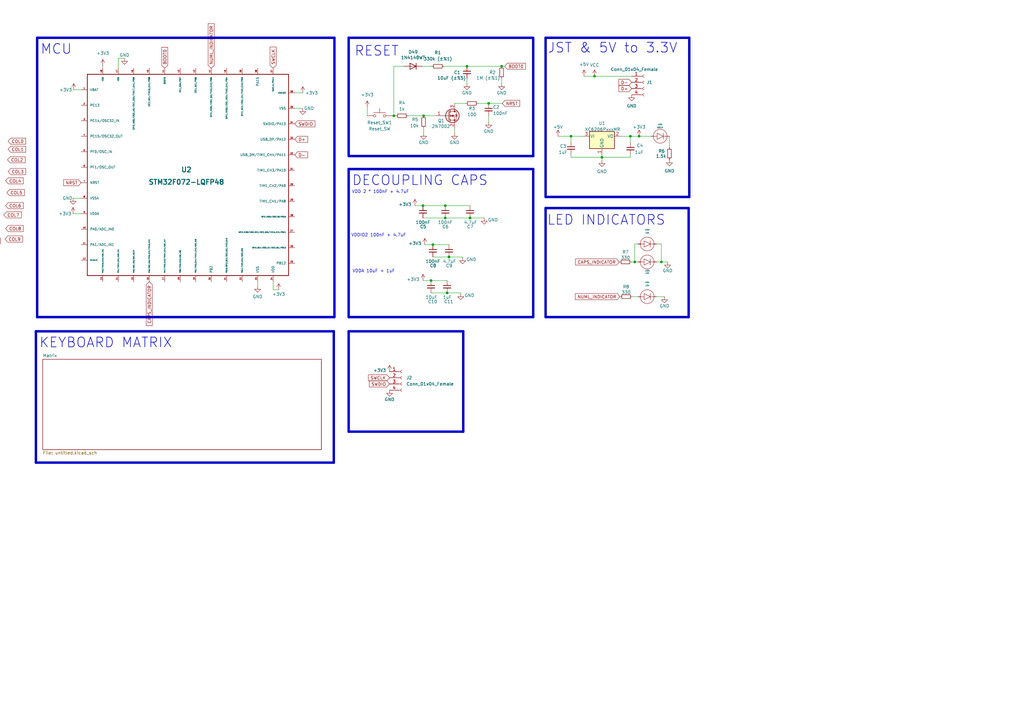
<source format=kicad_sch>
(kicad_sch (version 20211123) (generator eeschema)
  (paper "A3")
  (lib_symbols
    (symbol "Connector:Conn_01x04_Female" (pin_names (offset 1.016) hide)
      (property "Reference" "J" (at 0 5.08 0))
      (property "Value" "Conn_01x04_Female" (at 0 -7.62 0))
      (symbol "Conn_01x04_Female_1_1"
        (arc (start 0 -4.572) (mid -0.508 -5.08) (end 0 -5.588) (stroke (width 0.1524)))
        (arc (start 0 -2.032) (mid -0.508 -2.54) (end 0 -3.048) (stroke (width 0.1524)))
        (polyline (pts (xy -1.27 -5.08) (xy -0.508 -5.08)) (stroke (width 0.1524)))
        (polyline (pts (xy -1.27 -2.54) (xy -0.508 -2.54)) (stroke (width 0.1524)))
        (polyline (pts (xy -1.27 0) (xy -0.508 0)) (stroke (width 0.1524)))
        (polyline (pts (xy -1.27 2.54) (xy -0.508 2.54)) (stroke (width 0.1524)))
        (arc (start 0 0.508) (mid -0.508 0) (end 0 -0.508) (stroke (width 0.1524)))
        (arc (start 0 3.048) (mid -0.508 2.54) (end 0 2.032) (stroke (width 0.1524)))
        (pin passive line (at -5.08 2.54 0) (length 3.81) (name "Pin_1") (number "1"))
        (pin passive line (at -5.08 0 0) (length 3.81) (name "Pin_2") (number "2"))
        (pin passive line (at -5.08 -2.54 0) (length 3.81) (name "Pin_3") (number "3"))
        (pin passive line (at -5.08 -5.08 0) (length 3.81) (name "Pin_4") (number "4"))
      )
    )
    (symbol "Device:C_Small" (pin_numbers hide) (pin_names (offset 0.254) hide)
      (property "Reference" "C" (at 0.254 1.778 0))
      (property "Value" "C_Small" (at 0.254 -2.032 0))
      (symbol "C_Small_0_1"
        (polyline (pts (xy -1.524 -0.508) (xy 1.524 -0.508)) (stroke (width 0.3302)))
        (polyline (pts (xy -1.524 0.508) (xy 1.524 0.508)) (stroke (width 0.3048)))
      )
      (symbol "C_Small_1_1"
        (pin passive line (at 0 2.54 270) (length 2.032) (name "~") (number "1"))
        (pin passive line (at 0 -2.54 90) (length 2.032) (name "~") (number "2"))
      )
    )
    (symbol "Device:R_Small" (pin_numbers hide) (pin_names (offset 0.254) hide)
      (property "Reference" "R" (at 0.762 0.508 0))
      (property "Value" "R_Small" (at 0.762 -1.016 0))
      (symbol "R_Small_0_1"
        (rectangle (start -0.762 1.778) (end 0.762 -1.778) (stroke (width 0.2032)))
      )
      (symbol "R_Small_1_1"
        (pin passive line (at 0 2.54 270) (length 0.762) (name "~") (number "1"))
        (pin passive line (at 0 -2.54 90) (length 0.762) (name "~") (number "2"))
      )
    )
    (symbol "Diode:1N4148WT" (pin_numbers hide) (pin_names (offset 1.016) hide)
      (property "Reference" "D" (at 0 2.54 0))
      (property "Value" "1N4148WT" (at 0 -2.54 0))
      (symbol "1N4148WT_0_1"
        (polyline (pts (xy -1.27 1.27) (xy -1.27 -1.27)) (stroke (width 0.254)))
        (polyline (pts (xy 1.27 0) (xy -1.27 0)))
        (polyline (pts (xy 1.27 1.27) (xy 1.27 -1.27) (xy -1.27 0) (xy 1.27 1.27)) (stroke (width 0.254)))
      )
      (symbol "1N4148WT_1_1"
        (pin passive line (at -3.81 0 0) (length 2.54) (name "K") (number "1"))
        (pin passive line (at 3.81 0 180) (length 2.54) (name "A") (number "2"))
      )
    )
    (symbol "Regulator_Linear:XC6206PxxxMR" (pin_names (offset 0.254))
      (property "Reference" "U" (at -3.81 3.175 0))
      (property "Value" "XC6206PxxxMR" (at 0 3.175 0))
      (symbol "XC6206PxxxMR_0_1"
        (rectangle (start -5.08 1.905) (end 5.08 -5.08) (stroke (width 0.254)) (fill (type background)))
      )
      (symbol "XC6206PxxxMR_1_1"
        (pin power_in line (at 0 -7.62 90) (length 2.54) (name "GND") (number "1"))
        (pin power_out line (at 7.62 0 180) (length 2.54) (name "VO") (number "2"))
        (pin power_in line (at -7.62 0 0) (length 2.54) (name "VI") (number "3"))
      )
    )
    (symbol "Switch:SW_Push" (pin_numbers hide) (pin_names (offset 1.016) hide)
      (property "Reference" "SW" (at 1.27 2.54 0))
      (property "Value" "SW_Push" (at 0 -1.524 0))
      (symbol "SW_Push_0_1"
        (circle (center -2.032 0) (radius 0.508))
        (polyline (pts (xy 0 1.27) (xy 0 3.048)))
        (polyline (pts (xy 2.54 1.27) (xy -2.54 1.27)))
        (circle (center 2.032 0) (radius 0.508))
        (pin passive line (at -5.08 0 0) (length 2.54) (name "1") (number "1"))
        (pin passive line (at 5.08 0 180) (length 2.54) (name "2") (number "2"))
      )
    )
    (symbol "Transistor_FET:2N7002" (pin_names hide)
      (property "Reference" "Q" (at 5.08 1.905 0))
      (property "Value" "2N7002" (at 5.08 0 0))
      (symbol "2N7002_0_1"
        (polyline (pts (xy 0.254 0) (xy -2.54 0)))
        (polyline (pts (xy 0.254 1.905) (xy 0.254 -1.905)) (stroke (width 0.254)))
        (polyline (pts (xy 0.762 -1.27) (xy 0.762 -2.286)) (stroke (width 0.254)))
        (polyline (pts (xy 0.762 0.508) (xy 0.762 -0.508)) (stroke (width 0.254)))
        (polyline (pts (xy 0.762 2.286) (xy 0.762 1.27)) (stroke (width 0.254)))
        (polyline (pts (xy 2.54 2.54) (xy 2.54 1.778)))
        (polyline (pts (xy 2.54 -2.54) (xy 2.54 0) (xy 0.762 0)))
        (polyline (pts (xy 0.762 -1.778) (xy 3.302 -1.778) (xy 3.302 1.778) (xy 0.762 1.778)))
        (polyline (pts (xy 1.016 0) (xy 2.032 0.381) (xy 2.032 -0.381) (xy 1.016 0)) (fill (type outline)))
        (polyline (pts (xy 2.794 0.508) (xy 2.921 0.381) (xy 3.683 0.381) (xy 3.81 0.254)))
        (polyline (pts (xy 3.302 0.381) (xy 2.921 -0.254) (xy 3.683 -0.254) (xy 3.302 0.381)))
        (circle (center 1.651 0) (radius 2.794) (stroke (width 0.254)))
        (circle (center 2.54 -1.778) (radius 0.254) (fill (type outline)))
        (circle (center 2.54 1.778) (radius 0.254) (fill (type outline)))
      )
      (symbol "2N7002_1_1"
        (pin input line (at -5.08 0 0) (length 2.54) (name "G") (number "1"))
        (pin passive line (at 2.54 -5.08 90) (length 2.54) (name "S") (number "2"))
        (pin passive line (at 2.54 5.08 270) (length 2.54) (name "D") (number "3"))
      )
    )
    (symbol "acheronSymbols:LED" (pin_names (offset 1.016))
      (property "Reference" "LED" (at 0 -3.81 0))
      (property "Value" "LED" (at 0 3.81 0))
      (symbol "LED_0_1"
        (polyline (pts (xy -2.54 0) (xy -3.81 0)))
        (polyline (pts (xy 1.27 0) (xy 2.54 0)))
        (polyline (pts (xy 1.27 1.27) (xy 1.27 -1.27)))
        (polyline (pts (xy 2.54 0) (xy 3.81 0)))
        (polyline (pts (xy -2.54 0) (xy -1.27 0) (xy -1.27 1.27) (xy -1.27 -1.27) (xy 1.27 0) (xy -1.27 1.27) (xy -1.27 0)))
        (circle (center 0 0) (radius 2.8448))
      )
      (symbol "LED_1_1"
        (pin input line (at -3.81 0 0) (length 1.27) (name "A") (number "A"))
        (pin output line (at 3.81 0 180) (length 1.27) (name "K") (number "K"))
      )
    )
    (symbol "acheronSymbols:STM32F072-LQFP48" (pin_names (offset 1.016))
      (property "Reference" "U" (at 0 1.27 0))
      (property "Value" "STM32F072-LQFP48" (at 0 -2.54 0))
      (symbol "STM32F072-LQFP48_0_1"
        (rectangle (start 41.91 41.91) (end -40.64 -40.64) (stroke (width 0.3048)))
      )
      (symbol "STM32F072-LQFP48_1_1"
        (pin power_in line (at -43.18 35.56 0) (length 2.54) (name "VBAT") (number "1"))
        (pin bidirectional line (at -43.18 -21.59 0) (length 2.54) (name "PA0/ADC_IN0") (number "10"))
        (pin bidirectional line (at -43.18 -27.94 0) (length 2.54) (name "PA1/ADC_IN1") (number "11"))
        (pin bidirectional line (at -43.18 -34.29 0) (length 2.54) (name "PA2/ADC_IN2") (number "12"))
        (pin bidirectional line (at -34.29 -43.18 90) (length 2.54) (name "PA3/TIM15_CH2/ADC_IN3") (number "13"))
        (pin bidirectional line (at -27.94 -43.18 90) (length 2.54) (name "PA4/TIM14_CH1/ADC_IN4") (number "14"))
        (pin bidirectional line (at -21.59 -43.18 90) (length 2.54) (name "PA5/ADC_IN5/DAC_OUT2") (number "15"))
        (pin bidirectional line (at -15.24 -43.18 90) (length 2.54) (name "PA6/ADC_IN6/TIM3_CH1/TIM16_CH1") (number "16"))
        (pin bidirectional line (at -8.89 -43.18 90) (length 2.54) (name "PA7/TIM3_CH2/TIM14_CH1/ADC_IN7") (number "17"))
        (pin bidirectional line (at -2.54 -43.18 90) (length 2.54) (name "PB0/TIM3_CH3/ADC_IN8") (number "18"))
        (pin bidirectional line (at 3.81 -43.18 90) (length 2.54) (name "PB1/TIM3_CH4/TIM14_CH1/ADC_IN9") (number "19"))
        (pin bidirectional line (at -43.18 29.21 0) (length 2.54) (name "PC13") (number "2"))
        (pin bidirectional line (at 10.16 -43.18 90) (length 2.54) (name "PB2") (number "20"))
        (pin bidirectional line (at 16.51 -43.18 90) (length 2.54) (name "PB10/SPI2_SCK/I2C2_SCL/TIM2_CH3") (number "21"))
        (pin bidirectional line (at 22.86 -43.18 90) (length 2.54) (name "PB11/TIM2_CH4/I2C2_SDA") (number "22"))
        (pin power_in line (at 29.21 -43.18 90) (length 2.54) (name "VSS") (number "23"))
        (pin power_in line (at 35.56 -43.18 90) (length 2.54) (name "VDD") (number "24"))
        (pin bidirectional line (at 44.45 -35.56 180) (length 2.54) (name "PB12") (number "25"))
        (pin bidirectional line (at 44.45 -29.21 180) (length 2.54) (name "SPI2_SCK/I2S2_CK/I2C2_SCL/PB13") (number "26"))
        (pin bidirectional line (at 44.45 -22.86 180) (length 2.54) (name "SPI2_MISO/I2S2_MCK/I2C2_SDA/TIM15_CH1/PB14") (number "27"))
        (pin bidirectional line (at 44.45 -16.51 180) (length 2.54) (name "SPI2_MOSI/I2S2_SD/PB15") (number "28"))
        (pin bidirectional line (at 44.45 -10.16 180) (length 2.54) (name "TIM1_CH1/PA8") (number "29"))
        (pin bidirectional line (at -43.18 22.86 0) (length 2.54) (name "PC14/OSC32_IN") (number "3"))
        (pin bidirectional line (at 44.45 -3.81 180) (length 2.54) (name "TIM1_CH2/PA9") (number "30"))
        (pin bidirectional line (at 44.45 2.54 180) (length 2.54) (name "TIM1_CH3/PA10") (number "31"))
        (pin bidirectional line (at 44.45 8.89 180) (length 2.54) (name "USB_DM/TIM1_CH4/PA11") (number "32"))
        (pin bidirectional line (at 44.45 15.24 180) (length 2.54) (name "USB_DP/PA12") (number "33"))
        (pin bidirectional line (at 44.45 21.59 180) (length 2.54) (name "SWDIO/PA13") (number "34"))
        (pin power_in line (at 44.45 27.94 180) (length 2.54) (name "VSS") (number "35"))
        (pin power_in line (at 44.45 34.29 180) (length 2.54) (name "VDDIO2") (number "36"))
        (pin bidirectional line (at 35.56 44.45 270) (length 2.54) (name "SWCLK/PA14") (number "37"))
        (pin bidirectional line (at 29.21 44.45 270) (length 2.54) (name "PA15") (number "38"))
        (pin bidirectional line (at 22.86 44.45 270) (length 2.54) (name "SPI1_SCK/I2S1_CK/TIM2_CH2/PB3") (number "39"))
        (pin bidirectional line (at -43.18 16.51 0) (length 2.54) (name "PC15/OSC32_OUT") (number "4"))
        (pin bidirectional line (at 16.51 44.45 270) (length 2.54) (name "SPI1_MISO/I2S1_MCK/TIM3_CH1/PB4") (number "40"))
        (pin bidirectional line (at 10.16 44.45 270) (length 2.54) (name "SPI1_MOSI/I2S1_SD/TIM3_CH2/PB5") (number "41"))
        (pin bidirectional line (at 3.81 44.45 270) (length 2.54) (name "I2C1_SCL/PB6") (number "42"))
        (pin bidirectional line (at -2.54 44.45 270) (length 2.54) (name "2C1_SDA/PB7") (number "43"))
        (pin output line (at -8.89 44.45 270) (length 2.54) (name "BOOT0") (number "44"))
        (pin bidirectional line (at -15.24 44.45 270) (length 2.54) (name "I2C1_SCL/TIM16_CH1/PB8") (number "45"))
        (pin input line (at -21.59 44.45 270) (length 2.54) (name "SPI2_NSS/I2S2_WS/I2C1_SDA/TIM17_CH1/PB9") (number "46"))
        (pin input line (at -27.94 44.45 270) (length 2.54) (name "VSS") (number "47"))
        (pin input line (at -34.29 44.45 270) (length 2.54) (name "VDD") (number "48"))
        (pin bidirectional line (at -43.18 10.16 0) (length 2.54) (name "PF0/OSC_IN") (number "5"))
        (pin bidirectional line (at -43.18 3.81 0) (length 2.54) (name "PF1/OSC_OUT") (number "6"))
        (pin input line (at -43.18 -2.54 0) (length 2.54) (name "NRST") (number "7"))
        (pin power_in line (at -43.18 -8.89 0) (length 2.54) (name "VSSA") (number "8"))
        (pin power_in line (at -43.18 -15.24 0) (length 2.54) (name "VDDA") (number "9"))
      )
    )
    (symbol "power:+3.3V" (power) (pin_names (offset 0))
      (property "Value" "+3.3V" (at 0 3.556 0))
      (symbol "+3.3V_0_1"
        (polyline (pts (xy -0.762 1.27) (xy 0 2.54)))
        (polyline (pts (xy 0 0) (xy 0 2.54)))
        (polyline (pts (xy 0 2.54) (xy 0.762 1.27)))
      )
      (symbol "+3.3V_1_1"
        (pin power_in line (at 0 0 90) (length 0) hide (name "+3V3") (number "1"))
      )
    )
    (symbol "power:+5V" (power) (pin_names (offset 0))
      (property "Value" "+5V" (at 0 3.556 0))
      (symbol "+5V_0_1"
        (polyline (pts (xy -0.762 1.27) (xy 0 2.54)))
        (polyline (pts (xy 0 0) (xy 0 2.54)))
        (polyline (pts (xy 0 2.54) (xy 0.762 1.27)))
      )
      (symbol "+5V_1_1"
        (pin power_in line (at 0 0 90) (length 0) hide (name "+5V") (number "1"))
      )
    )
    (symbol "power:GND" (power) (pin_names (offset 0))
      (property "Value" "GND" (at 0 -3.81 0))
      (symbol "GND_0_1"
        (polyline (pts (xy 0 0) (xy 0 -1.27) (xy 1.27 -1.27) (xy 0 -2.54) (xy -1.27 -1.27) (xy 0 -1.27)))
      )
      (symbol "GND_1_1"
        (pin power_in line (at 0 0 270) (length 0) hide (name "GND") (number "1"))
      )
    )
    (symbol "power:VCC" (power) (pin_names (offset 0))
      (property "Value" "VCC" (at 0 3.81 0))
      (symbol "VCC_0_1"
        (polyline (pts (xy -0.762 1.27) (xy 0 2.54)))
        (polyline (pts (xy 0 0) (xy 0 2.54)))
        (polyline (pts (xy 0 2.54) (xy 0.762 1.27)))
      )
      (symbol "VCC_1_1"
        (pin power_in line (at 0 0 90) (length 0) hide (name "VCC") (number "1"))
      )
    )
  )
  (junction (at 161.544 47.498))
  (junction (at 182.626 84.328))
  (junction (at 183.388 120.142))
  (junction (at 243.84 31.242))
  (junction (at 205.74 27.178))
  (junction (at 262.128 55.88))
  (junction (at 184.15 105.41))
  (junction (at 173.482 84.328))
  (junction (at 234.188 55.88))
  (junction (at 176.784 115.062))
  (junction (at 246.888 64.516))
  (junction (at 177.546 100.33))
  (junction (at 192.786 89.408))
  (junction (at 260.35 107.442))
  (junction (at 258.572 55.88))
  (junction (at 271.272 107.442))
  (junction (at 191.516 27.178))
  (junction (at 173.736 47.498))
  (junction (at 182.626 89.408))
  (junction (at 200.406 42.418))
  (polyline (pts (xy 143.002 64.008) (xy 218.694 64.008)) (stroke (width 1) (type solid)))
  (wire (pts (xy 191.516 27.178) (xy 205.74 27.178)))
  (polyline (pts (xy 218.694 69.342) (xy 143.002 69.342)) (stroke (width 1) (type solid)))
  (wire (pts (xy 274.574 55.88) (xy 274.574 60.452)))
  (wire (pts (xy 259.08 107.442) (xy 260.35 107.442)))
  (wire (pts (xy 186.436 52.578) (xy 186.436 54.61)))
  (polyline (pts (xy 282.702 15.494) (xy 223.774 15.494)) (stroke (width 1) (type solid)))
  (wire (pts (xy 258.572 55.88) (xy 258.572 58.42)))
  (polyline (pts (xy 143.002 130.048) (xy 143.002 69.342)) (stroke (width 1) (type solid)))
  (wire (pts (xy 182.626 89.408) (xy 192.786 89.408)))
  (wire (pts (xy 29.972 87.63) (xy 33.274 87.63)))
  (wire (pts (xy 271.272 107.442) (xy 273.812 107.442)))
  (wire (pts (xy 182.118 27.178) (xy 191.516 27.178)))
  (polyline (pts (xy 14.732 189.738) (xy 136.906 189.738)) (stroke (width 1) (type solid)))
  (polyline (pts (xy 143.002 63.5) (xy 143.002 15.494)) (stroke (width 1) (type solid)))
  (wire (pts (xy 254.508 55.88) (xy 258.572 55.88)))
  (wire (pts (xy 269.24 100.076) (xy 271.272 100.076)))
  (polyline (pts (xy 218.694 15.494) (xy 143.002 15.494)) (stroke (width 1) (type solid)))
  (wire (pts (xy 174.244 100.33) (xy 177.546 100.33)))
  (polyline (pts (xy 136.906 135.89) (xy 14.732 135.89)) (stroke (width 1) (type solid)))
  (wire (pts (xy 200.406 47.498) (xy 200.406 50.038)))
  (wire (pts (xy 269.24 107.442) (xy 271.272 107.442)))
  (wire (pts (xy 259.334 121.666) (xy 261.62 121.666)))
  (polyline (pts (xy 223.774 130.048) (xy 282.448 130.048)) (stroke (width 1) (type solid)))
  (wire (pts (xy 182.626 84.328) (xy 192.786 84.328)))
  (wire (pts (xy 192.786 89.408) (xy 198.628 89.408)))
  (wire (pts (xy 234.188 55.88) (xy 239.268 55.88)))
  (wire (pts (xy 42.164 26.924) (xy 42.164 27.94)))
  (polyline (pts (xy 189.992 135.89) (xy 143.002 135.89)) (stroke (width 1) (type solid)))
  (polyline (pts (xy 143.002 130.048) (xy 218.694 130.048)) (stroke (width 1) (type solid)))
  (polyline (pts (xy 137.16 130.048) (xy 137.16 15.494)) (stroke (width 1) (type solid)))
  (polyline (pts (xy 218.694 16.002) (xy 218.694 64.008)) (stroke (width 1) (type solid)))
  (wire (pts (xy 173.228 27.178) (xy 177.038 27.178)))
  (wire (pts (xy 105.664 115.57) (xy 105.664 117.348)))
  (wire (pts (xy 120.904 38.1) (xy 124.206 38.1)))
  (wire (pts (xy 234.188 63.246) (xy 234.188 64.516)))
  (polyline (pts (xy 282.448 85.344) (xy 282.448 130.048)) (stroke (width 1) (type solid)))
  (wire (pts (xy 183.388 120.142) (xy 188.976 120.142)))
  (wire (pts (xy 161.544 47.498) (xy 162.306 47.498)))
  (wire (pts (xy 260.35 107.442) (xy 260.35 100.076)))
  (wire (pts (xy 260.35 107.442) (xy 261.62 107.442)))
  (wire (pts (xy 243.84 31.242) (xy 259.08 31.242)))
  (wire (pts (xy 271.272 100.076) (xy 271.272 107.442)))
  (polyline (pts (xy 143.002 177.038) (xy 143.002 135.89)) (stroke (width 1) (type solid)))
  (wire (pts (xy 48.514 27.94) (xy 48.514 23.876)))
  (wire (pts (xy 258.572 63.5) (xy 258.572 64.516)))
  (wire (pts (xy 239.522 31.242) (xy 243.84 31.242)))
  (wire (pts (xy 177.546 105.41) (xy 184.15 105.41)))
  (wire (pts (xy 173.482 115.062) (xy 176.784 115.062)))
  (wire (pts (xy 48.514 23.876) (xy 51.054 23.876)))
  (wire (pts (xy 167.386 47.498) (xy 173.736 47.498)))
  (polyline (pts (xy 15.24 130.048) (xy 137.16 130.048)) (stroke (width 1) (type solid)))
  (wire (pts (xy 161.544 27.178) (xy 161.544 47.498)))
  (polyline (pts (xy 223.774 130.048) (xy 223.774 85.344)) (stroke (width 1) (type solid)))
  (wire (pts (xy 262.128 55.88) (xy 266.954 55.88)))
  (wire (pts (xy 258.572 55.88) (xy 262.128 55.88)))
  (wire (pts (xy 246.888 64.516) (xy 246.888 65.786)))
  (wire (pts (xy 196.088 42.418) (xy 200.406 42.418)))
  (polyline (pts (xy 218.694 69.342) (xy 218.694 130.048)) (stroke (width 1) (type solid)))
  (wire (pts (xy 260.35 100.076) (xy 261.62 100.076)))
  (wire (pts (xy 112.014 115.57) (xy 112.014 118.872)))
  (wire (pts (xy 184.15 105.41) (xy 189.738 105.41)))
  (polyline (pts (xy 282.448 85.344) (xy 223.774 85.344)) (stroke (width 1) (type solid)))
  (wire (pts (xy 150.622 43.942) (xy 150.622 47.498)))
  (wire (pts (xy 112.014 118.872) (xy 114.3 118.872)))
  (wire (pts (xy 234.188 64.516) (xy 246.888 64.516)))
  (wire (pts (xy 246.888 64.516) (xy 258.572 64.516)))
  (wire (pts (xy 160.782 47.498) (xy 161.544 47.498)))
  (polyline (pts (xy 136.906 135.89) (xy 136.906 189.738)) (stroke (width 1) (type solid)))
  (wire (pts (xy 228.854 55.88) (xy 234.188 55.88)))
  (wire (pts (xy 120.904 44.45) (xy 124.206 44.45)))
  (wire (pts (xy 205.74 27.178) (xy 207.01 27.178)))
  (wire (pts (xy 246.888 63.5) (xy 246.888 64.516)))
  (wire (pts (xy 170.18 84.328) (xy 173.482 84.328)))
  (polyline (pts (xy 223.774 80.772) (xy 282.702 80.772)) (stroke (width 1) (type solid)))
  (wire (pts (xy 173.482 84.328) (xy 182.626 84.328)))
  (wire (pts (xy 165.608 27.178) (xy 161.544 27.178)))
  (polyline (pts (xy 223.774 80.772) (xy 223.774 15.494)) (stroke (width 1) (type solid)))
  (wire (pts (xy 189.738 105.41) (xy 189.738 105.664)))
  (wire (pts (xy 186.436 42.418) (xy 191.008 42.418)))
  (wire (pts (xy 205.74 32.258) (xy 205.74 34.29)))
  (wire (pts (xy 173.736 52.578) (xy 173.736 54.61)))
  (wire (pts (xy 177.546 100.33) (xy 184.15 100.33)))
  (wire (pts (xy 30.226 36.83) (xy 33.274 36.83)))
  (polyline (pts (xy 14.732 189.738) (xy 14.732 135.89)) (stroke (width 1) (type solid)))
  (wire (pts (xy 176.784 115.062) (xy 183.388 115.062)))
  (wire (pts (xy 173.736 47.498) (xy 178.816 47.498)))
  (wire (pts (xy 29.972 81.28) (xy 33.274 81.28)))
  (wire (pts (xy 191.516 32.258) (xy 191.516 34.29)))
  (wire (pts (xy 176.784 120.142) (xy 183.388 120.142)))
  (polyline (pts (xy 15.24 15.748) (xy 15.24 130.048)) (stroke (width 1) (type solid)))
  (wire (pts (xy 234.188 58.166) (xy 234.188 55.88)))
  (wire (pts (xy 200.406 42.418) (xy 205.994 42.418)))
  (wire (pts (xy 173.482 89.408) (xy 182.626 89.408)))
  (polyline (pts (xy 189.992 135.89) (xy 189.992 177.038)) (stroke (width 1) (type solid)))
  (polyline (pts (xy 143.002 177.038) (xy 189.992 177.038)) (stroke (width 1) (type solid)))
  (polyline (pts (xy 282.702 15.494) (xy 282.702 80.772)) (stroke (width 1) (type solid)))
  (wire (pts (xy 188.976 120.142) (xy 188.976 120.396)))
  (wire (pts (xy 269.24 121.666) (xy 272.542 121.666)))
  (polyline (pts (xy 15.24 15.494) (xy 137.16 15.494)) (stroke (width 1) (type solid)))
  (text "JST & 5V to 3.3V\n" (at 224.536 22.098 0) (effects (font (size 4 4) (thickness 0.254) bold) (justify left bottom)))
  (text "KEYBOARD MATRIX\n" (at 16.002 143.002 0) (effects (font (size 4 4) (thickness 0.254) bold) (justify left bottom)))
  (text "DECOUPLING CAPS\n" (at 144.272 76.454 0) (effects (font (size 4 4) (thickness 0.254) bold) (justify left bottom)))
  (text "VDDA 10uF + 1uF\n" (at 144.526 112.014 0) (effects (font (size 1.27 1.27)) (justify left bottom)))
  (text "RESET \n" (at 145.288 23.368 0) (effects (font (size 4 4) (thickness 0.254) bold) (justify left bottom)))
  (text "VDDIO2 100nF + 4.7uF\n" (at 144.018 97.282 0) (effects (font (size 1.27 1.27)) (justify left bottom)))
  (text "MCU" (at 16.51 22.606 0) (effects (font (size 4 4) (thickness 0.254) bold) (justify left bottom)))
  (text "LED INDICATORS\n" (at 224.282 92.71 0) (effects (font (size 4 4) (thickness 0.254) bold) (justify left bottom)))
  (text "VDD 2 * 100nF + 4.7uF\n" (at 144.272 79.502 0) (effects (font (size 1.27 1.27)) (justify left bottom)))
  (global_label "COL8" (shape input) (at 2.286 93.726 0) (property "Intersheet References" "${INTERSHEET_REFS}" (effects hide)))
  (global_label "NUML_INDICATOR" (shape input) (at 254.254 121.666 180) (property "Intersheet References" "${INTERSHEET_REFS}" (effects hide)))
  (global_label "ROW4" (shape input) (at -8.636 74.93 0) (property "Intersheet References" "${INTERSHEET_REFS}" (effects hide)))
  (global_label "ROW5" (shape input) (at -9.398 79.248 0) (property "Intersheet References" "${INTERSHEET_REFS}" (effects hide)))
  (global_label "SWDIO" (shape input) (at 120.904 50.8 0) (property "Intersheet References" "${INTERSHEET_REFS}" (effects hide)))
  (global_label "COL6" (shape input) (at 2.286 84.328 0) (property "Intersheet References" "${INTERSHEET_REFS}" (effects hide)))
  (global_label "COL4" (shape input) (at 2.286 74.168 0) (property "Intersheet References" "${INTERSHEET_REFS}" (effects hide)))
  (global_label "COL9" (shape input) (at 2.032 98.044 0) (property "Intersheet References" "${INTERSHEET_REFS}" (effects hide)))
  (global_label "ROW8" (shape input) (at -8.89 93.726 0) (property "Intersheet References" "${INTERSHEET_REFS}" (effects hide)))
  (global_label "COL1" (shape input) (at 3.302 61.214 0) (property "Intersheet References" "${INTERSHEET_REFS}" (effects hide)))
  (global_label "NUML_INDICATOR" (shape input) (at 86.614 27.94 90) (property "Intersheet References" "${INTERSHEET_REFS}" (effects hide)))
  (global_label "ROW0" (shape input) (at -1.27 57.912 180) (property "Intersheet References" "${INTERSHEET_REFS}" (effects hide)))
  (global_label "SWCLK" (shape input) (at 159.766 154.94 180) (property "Intersheet References" "${INTERSHEET_REFS}" (effects hide)))
  (global_label "NRST" (shape input) (at 33.274 74.93 180) (property "Intersheet References" "${INTERSHEET_REFS}" (effects hide)))
  (global_label "D-" (shape input) (at 259.08 33.782 180) (property "Intersheet References" "${INTERSHEET_REFS}" (effects hide)))
  (global_label "COL2" (shape input) (at 3.048 65.532 0) (property "Intersheet References" "${INTERSHEET_REFS}" (effects hide)))
  (global_label "BOOT0" (shape input) (at 67.564 27.94 90) (property "Intersheet References" "${INTERSHEET_REFS}" (effects hide)))
  (global_label "ROW9" (shape input) (at -7.62 98.806 0) (property "Intersheet References" "${INTERSHEET_REFS}" (effects hide)))
  (global_label "D+" (shape input) (at 259.08 36.322 180) (property "Intersheet References" "${INTERSHEET_REFS}" (effects hide)))
  (global_label "ROW2" (shape input) (at -8.636 66.04 0) (property "Intersheet References" "${INTERSHEET_REFS}" (effects hide)))
  (global_label "D-" (shape input) (at 120.904 63.5 0) (property "Intersheet References" "${INTERSHEET_REFS}" (effects hide)))
  (global_label "CAPS_INDICATOR" (shape input) (at 61.214 115.57 270) (property "Intersheet References" "${INTERSHEET_REFS}" (effects hide)))
  (global_label "D+" (shape input) (at 120.904 57.15 0) (property "Intersheet References" "${INTERSHEET_REFS}" (effects hide)))
  (global_label "NRST" (shape input) (at 205.994 42.418 0) (property "Intersheet References" "${INTERSHEET_REFS}" (effects hide)))
  (global_label "ROW1" (shape input) (at -8.382 61.722 0) (property "Intersheet References" "${INTERSHEET_REFS}" (effects hide)))
  (global_label "COL7" (shape input) (at 1.524 88.138 0) (property "Intersheet References" "${INTERSHEET_REFS}" (effects hide)))
  (global_label "COL3" (shape input) (at 3.302 70.358 0) (property "Intersheet References" "${INTERSHEET_REFS}" (effects hide)))
  (global_label "COL5" (shape input) (at 2.794 78.994 0) (property "Intersheet References" "${INTERSHEET_REFS}" (effects hide)))
  (global_label "SWDIO" (shape input) (at 159.766 157.48 180) (property "Intersheet References" "${INTERSHEET_REFS}" (effects hide)))
  (global_label "BOOT0" (shape input) (at 207.01 27.178 0) (property "Intersheet References" "${INTERSHEET_REFS}" (effects hide)))
  (global_label "CAPS_INDICATOR" (shape input) (at 254 107.442 180) (property "Intersheet References" "${INTERSHEET_REFS}" (effects hide)))
  (global_label "COL0" (shape input) (at 3.302 57.912 0) (property "Intersheet References" "${INTERSHEET_REFS}" (effects hide)))
  (global_label "ROW7" (shape input) (at -9.652 88.646 0) (property "Intersheet References" "${INTERSHEET_REFS}" (effects hide)))
  (global_label "SWCLK" (shape input) (at 112.014 27.94 90) (property "Intersheet References" "${INTERSHEET_REFS}" (effects hide)))
  (global_label "ROW6" (shape input) (at -9.652 84.074 0) (property "Intersheet References" "${INTERSHEET_REFS}" (effects hide)))
  (global_label "SWCLK" (shape input) (at 395.7543 329.0824 90) (property "Intersheet References" "${INTERSHEET_REFS}" (effects hide)))
  (global_label "ROW3" (shape input) (at -7.874 70.358 0) (property "Intersheet References" "${INTERSHEET_REFS}" (effects hide)))
  (symbol (lib_id "power:GND") (at 105.664 117.348 0) (unit 1)
    (property "Reference" "#PWR027" (effects hide))
    (property "Value" "GND" (at 105.664 121.666 0))
  )
  (symbol (lib_id "power:GND") (at 198.628 89.408 0) (unit 1)
    (property "Reference" "#PWR022" (effects hide))
    (property "Value" "GND" (at 202.184 90.17 0))
  )
  (symbol (lib_id "Device:R_Small") (at 173.736 50.038 180) (unit 1)
    (property "Reference" "R5" (at 168.91 49.022 0) (effects (justify right)))
    (property "Value" "10k" (at 168.148 51.562 0) (effects (justify right)))
    (property "Footprint" "Resistor_SMD:R_0603_1608Metric_Pad0.98x0.95mm_HandSolder" (effects hide))
  )
  (symbol (lib_id "Device:C_Small") (at 191.516 29.718 0) (unit 1)
    (property "Reference" "C1" (at 186.182 29.718 0) (effects (justify left)))
    (property "Value" "10uF (±%5)" (at 179.324 32.004 0) (effects (justify left)))
    (property "Footprint" "Capacitor_SMD:C_0201_0603Metric_Pad0.64x0.40mm_HandSolder" (effects hide))
  )
  (symbol (lib_id "power:GND") (at 186.436 54.61 0) (unit 1)
    (property "Reference" "#PWR014" (effects hide))
    (property "Value" "GND" (at 186.436 58.42 0))
  )
  (symbol (lib_id "power:GND") (at 200.406 50.038 0) (unit 1)
    (property "Reference" "#PWR012" (effects hide))
    (property "Value" "GND" (at 200.406 53.848 0))
  )
  (symbol (lib_id "power:GND") (at 124.206 44.45 0) (unit 1)
    (property "Reference" "#PWR011" (effects hide))
    (property "Value" "GND" (at 126.746 44.45 0))
  )
  (symbol (lib_id "power:+5V") (at 228.854 55.88 0) (unit 1)
    (property "Reference" "#PWR015" (effects hide))
    (property "Value" "+5V" (at 228.854 52.07 0))
  )
  (symbol (lib_id "power:GND") (at 205.74 34.29 0) (unit 1)
    (property "Reference" "#PWR06" (effects hide))
    (property "Value" "GND" (at 205.74 38.1 0))
  )
  (symbol (lib_id "Device:R_Small") (at 256.794 121.666 270) (unit 1)
    (property "Reference" "R8" (at 256.794 117.602 90))
    (property "Value" "330" (at 256.794 119.888 90))
    (property "Footprint" "Resistor_SMD:R_0603_1608Metric_Pad0.98x0.95mm_HandSolder" (effects hide))
  )
  (symbol (lib_id "power:GND") (at 51.054 23.876 0) (unit 1)
    (property "Reference" "#PWR01" (effects hide))
    (property "Value" "GND" (at 51.054 22.606 0))
  )
  (symbol (lib_id "Device:R_Small") (at 179.578 27.178 90) (unit 1)
    (property "Reference" "R1" (at 179.578 21.59 90))
    (property "Value" "330k (±%1)" (at 179.578 24.13 90))
    (property "Footprint" "Resistor_SMD:R_0603_1608Metric_Pad0.98x0.95mm_HandSolder" (effects hide))
  )
  (symbol (lib_id "power:VCC") (at 243.84 31.242 0) (unit 1)
    (property "Reference" "#PWR04" (effects hide))
    (property "Value" "VCC" (at 243.84 26.67 0))
  )
  (symbol (lib_id "acheronSymbols:LED") (at 265.43 121.666 0) (unit 1)
    (property "Reference" "LED4" (at 265.43 115.824 0) (effects (font (size 0.508 0.508))))
    (property "Value" "LED" (at 265.43 117.094 0) (effects (font (size 0.508 0.508))))
    (property "Footprint" "acheron_Components:LED_THT_2.54mm" (effects hide))
  )
  (symbol (lib_id "power:+3.3V") (at 150.622 43.942 0) (unit 1)
    (property "Reference" "#PWR010" (effects hide))
    (property "Value" "+3.3V" (at 150.622 38.862 0))
  )
  (symbol (lib_id "power:+3.3V") (at 170.18 84.328 0) (unit 1)
    (property "Reference" "#PWR020" (effects hide))
    (property "Value" "+3.3V" (at 166.116 83.82 0))
  )
  (symbol (lib_id "Device:C_Small") (at 192.786 86.868 0) (unit 1)
    (property "Reference" "C7" (at 191.516 92.964 0) (effects (justify left)))
    (property "Value" "4.7uF" (at 190.246 91.186 0) (effects (justify left)))
    (property "Footprint" "Capacitor_SMD:C_0201_0603Metric_Pad0.64x0.40mm_HandSolder" (effects hide))
  )
  (symbol (lib_id "power:GND") (at 189.738 105.664 0) (unit 1)
    (property "Reference" "#PWR024" (effects hide))
    (property "Value" "GND" (at 193.294 106.426 0))
  )
  (symbol (lib_id "acheronSymbols:LED") (at 270.764 55.88 0) (unit 1)
    (property "Reference" "LED1" (at 270.764 51.054 0) (effects (font (size 0.508 0.508))))
    (property "Value" "GREEN" (at 270.764 52.324 0) (effects (font (size 0.508 0.508))))
    (property "Footprint" "LED_SMD:LED_0603_1608Metric" (effects hide))
  )
  (symbol (lib_id "power:GND") (at 259.08 38.862 0) (unit 1)
    (property "Reference" "#PWR09" (effects hide))
    (property "Value" "GND" (at 259.08 43.434 0))
  )
  (symbol (lib_id "Device:C_Small") (at 258.572 60.96 0) (unit 1)
    (property "Reference" "C4" (at 261.112 59.69 0) (effects (justify left)))
    (property "Value" "1uF" (at 260.35 62.484 0) (effects (justify left)))
    (property "Footprint" "Capacitor_SMD:C_0201_0603Metric_Pad0.64x0.40mm_HandSolder" (effects hide))
  )
  (symbol (lib_id "power:+5V") (at 239.522 31.242 0) (unit 1)
    (property "Reference" "#PWR03" (effects hide))
    (property "Value" "+5V" (at 239.522 26.416 0))
  )
  (symbol (lib_id "Device:R_Small") (at 256.54 107.442 270) (unit 1)
    (property "Reference" "R7" (at 256.54 103.378 90))
    (property "Value" "330" (at 256.54 105.664 90))
    (property "Footprint" "Resistor_SMD:R_0603_1608Metric_Pad0.98x0.95mm_HandSolder" (effects hide))
  )
  (symbol (lib_id "Device:C_Small") (at 182.626 86.868 0) (unit 1)
    (property "Reference" "C6" (at 181.356 92.964 0) (effects (justify left)))
    (property "Value" "100nF" (at 179.578 91.186 0) (effects (justify left)))
    (property "Footprint" "Capacitor_SMD:C_0201_0603Metric_Pad0.64x0.40mm_HandSolder" (effects hide))
  )
  (symbol (lib_id "Device:C_Small") (at 177.546 102.87 0) (unit 1)
    (property "Reference" "C8" (at 176.276 108.966 0) (effects (justify left)))
    (property "Value" "100nF" (at 174.498 107.188 0) (effects (justify left)))
    (property "Footprint" "Capacitor_SMD:C_0201_0603Metric_Pad0.64x0.40mm_HandSolder" (effects hide))
  )
  (symbol (lib_id "Device:R_Small") (at 193.548 42.418 90) (unit 1)
    (property "Reference" "R3" (at 193.548 44.45 90))
    (property "Value" "100" (at 193.548 46.99 90))
    (property "Footprint" "Resistor_SMD:R_0603_1608Metric_Pad0.98x0.95mm_HandSolder" (effects hide))
  )
  (symbol (lib_id "power:+3.3V") (at 159.766 152.4 0) (unit 1)
    (property "Reference" "#PWR031" (effects hide))
    (property "Value" "+3.3V" (at 155.702 151.892 0))
  )
  (symbol (lib_id "Device:C_Small") (at 184.15 102.87 0) (unit 1)
    (property "Reference" "C9" (at 182.88 108.966 0) (effects (justify left)))
    (property "Value" "4.7uF" (at 181.61 107.188 0) (effects (justify left)))
    (property "Footprint" "Capacitor_SMD:C_0201_0603Metric_Pad0.64x0.40mm_HandSolder" (effects hide))
  )
  (symbol (lib_id "Transistor_FET:2N7002") (at 183.896 47.498 0) (unit 1)
    (property "Reference" "Q1" (at 179.578 49.53 0) (effects (justify left)))
    (property "Value" "2N7002" (at 177.038 51.816 0) (effects (justify left)))
    (property "Footprint" "Package_TO_SOT_SMD:SOT-23" (effects hide))
    (property "Datasheet" "https://www.onsemi.com/pub/Collateral/NDS7002A-D.PDF" (effects hide))
  )
  (symbol (lib_id "Connector:Conn_01x04_Female") (at 164.846 154.94 0) (unit 1)
    (property "Reference" "J2" (at 166.624 154.9399 0) (effects (justify left)))
    (property "Value" "Conn_01x04_Female" (at 166.624 157.4799 0) (effects (justify left)))
    (property "Footprint" "acheron_Connectors:PinHeader_1x4_P2.54mm_Vertical" (effects hide))
  )
  (symbol (lib_id "Device:C_Small") (at 176.784 117.602 0) (unit 1)
    (property "Reference" "C10" (at 175.514 123.698 0) (effects (justify left)))
    (property "Value" "10uF" (at 174.498 121.92 0) (effects (justify left)))
    (property "Footprint" "Capacitor_SMD:C_0201_0603Metric_Pad0.64x0.40mm_HandSolder" (effects hide))
  )
  (symbol (lib_id "power:GND") (at 246.888 65.786 0) (unit 1)
    (property "Reference" "#PWR018" (effects hide))
    (property "Value" "GND" (at 246.888 70.358 0))
  )
  (symbol (lib_id "acheronSymbols:LED") (at 265.43 100.076 0) (unit 1)
    (property "Reference" "LED2" (at 265.43 94.234 0) (effects (font (size 0.508 0.508))))
    (property "Value" "LED" (at 265.43 95.504 0) (effects (font (size 0.508 0.508))))
    (property "Footprint" "acheron_Components:LED_THT_2.54mm" (effects hide))
  )
  (symbol (lib_id "Device:R_Small") (at 274.574 62.992 0) (unit 1)
    (property "Reference" "R6" (at 270.002 61.976 0) (effects (justify left)))
    (property "Value" "1.5k" (at 268.986 64.008 0) (effects (justify left)))
    (property "Footprint" "Resistor_SMD:R_0603_1608Metric_Pad0.98x0.95mm_HandSolder" (effects hide))
  )
  (symbol (lib_id "Device:C_Small") (at 173.482 86.868 0) (unit 1)
    (property "Reference" "C5" (at 172.212 92.964 0) (effects (justify left)))
    (property "Value" "100nF" (at 170.434 91.186 0) (effects (justify left)))
    (property "Footprint" "Capacitor_SMD:C_0201_0603Metric_Pad0.64x0.40mm_HandSolder" (effects hide))
  )
  (symbol (lib_id "power:GND") (at 272.542 121.666 0) (unit 1)
    (property "Reference" "#PWR030" (effects hide))
    (property "Value" "GND" (at 272.542 125.476 0))
  )
  (symbol (lib_id "Device:C_Small") (at 200.406 44.958 0) (unit 1)
    (property "Reference" "C2" (at 202.184 43.942 0) (effects (justify left)))
    (property "Value" "100nF" (at 202.184 46.482 0) (effects (justify left)))
    (property "Footprint" "Capacitor_SMD:C_0201_0603Metric_Pad0.64x0.40mm_HandSolder" (effects hide))
  )
  (symbol (lib_id "acheronSymbols:STM32F072-LQFP48") (at 76.454 72.39 0) (unit 1)
    (property "Reference" "U2" (at 76.454 69.596 0) (effects (font (size 2.0066 2.0066) bold)))
    (property "Value" "STM32F072-LQFP48" (at 76.454 74.676 0) (effects (font (size 2.0066 2.0066) bold)))
    (property "Footprint" "acheron_Components:LQFP-48_7x7mm_P0.5mm" (effects hide))
  )
  (symbol (lib_id "Device:R_Small") (at 164.846 47.498 90) (unit 1)
    (property "Reference" "R4" (at 164.846 42.164 90))
    (property "Value" "1k" (at 164.846 44.704 90))
    (property "Footprint" "Resistor_SMD:R_0603_1608Metric_Pad0.98x0.95mm_HandSolder" (effects hide))
  )
  (symbol (lib_id "power:GND") (at 191.516 34.29 0) (unit 1)
    (property "Reference" "#PWR05" (effects hide))
    (property "Value" "GND" (at 191.516 38.1 0))
  )
  (symbol (lib_id "Device:C_Small") (at 234.188 60.706 0) (unit 1)
    (property "Reference" "C3" (at 229.616 59.944 0) (effects (justify left)))
    (property "Value" "1uF" (at 229.108 62.484 0) (effects (justify left)))
    (property "Footprint" "Capacitor_SMD:C_0201_0603Metric_Pad0.64x0.40mm_HandSolder" (effects hide))
  )
  (symbol (lib_id "power:GND") (at 273.812 107.442 0) (unit 1)
    (property "Reference" "#PWR025" (effects hide))
    (property "Value" "GND" (at 273.812 110.998 0))
  )
  (symbol (lib_id "power:GND") (at 29.972 81.28 0) (unit 1)
    (property "Reference" "#PWR019" (effects hide))
    (property "Value" "GND" (at 27.686 81.28 0))
  )
  (symbol (lib_id "Diode:1N4148WT") (at 169.418 27.178 180) (unit 1)
    (property "Reference" "D49" (at 169.418 21.336 0))
    (property "Value" "1N4148WT" (at 169.418 23.622 0))
    (property "Footprint" "Diode_SMD:D_SOD-523" (effects hide))
    (property "Datasheet" "https://www.diodes.com/assets/Datasheets/ds30396.pdf" (effects hide))
  )
  (symbol (lib_id "power:GND") (at 159.766 160.02 0) (unit 1)
    (property "Reference" "#PWR032" (effects hide))
    (property "Value" "GND" (at 159.766 163.83 0))
  )
  (symbol (lib_id "power:+3.3V") (at 114.3 118.872 0) (unit 1)
    (property "Reference" "#PWR028" (effects hide))
    (property "Value" "+3.3V" (at 114.3 120.65 0))
  )
  (symbol (lib_id "power:GND") (at 188.976 120.396 0) (unit 1)
    (property "Reference" "#PWR029" (effects hide))
    (property "Value" "GND" (at 192.532 121.158 0))
  )
  (symbol (lib_id "Device:R_Small") (at 205.74 29.718 180) (unit 1)
    (property "Reference" "R2" (at 200.66 29.718 0) (effects (justify right)))
    (property "Value" "1M (±%1)" (at 195.326 32.004 0) (effects (justify right)))
    (property "Footprint" "Resistor_SMD:R_0603_1608Metric_Pad0.98x0.95mm_HandSolder" (effects hide))
  )
  (symbol (lib_id "power:GND") (at 173.736 54.61 0) (unit 1)
    (property "Reference" "#PWR013" (effects hide))
    (property "Value" "GND" (at 173.736 58.42 0))
  )
  (symbol (lib_id "Connector:Conn_01x04_Female") (at 264.16 33.782 0) (unit 1)
    (property "Reference" "J1" (at 265.176 33.7819 0) (effects (justify left)))
    (property "Value" "Conn_01x04_Female" (at 250.444 28.448 0) (effects (justify left)))
    (property "Footprint" "acheron_Connectors:SM04B-SRSS-TB(LF)(SN)" (effects hide))
  )
  (symbol (lib_id "power:+3.3V") (at 262.128 55.88 0) (unit 1)
    (property "Reference" "#PWR016" (effects hide))
    (property "Value" "+3.3V" (at 262.128 52.07 0))
  )
  (symbol (lib_id "Switch:SW_Push") (at 155.702 47.498 0) (unit 1)
    (property "Reference" "Reset_SW1" (at 155.702 50.292 0))
    (property "Value" "Reset_SW" (at 155.702 52.832 0))
    (property "Footprint" "Button_Switch_SMD:SW_SPST_SKQG_WithStem" (effects hide))
  )
  (symbol (lib_id "Device:C_Small") (at 183.388 117.602 0) (unit 1)
    (property "Reference" "C11" (at 182.118 123.698 0) (effects (justify left)))
    (property "Value" "1uF" (at 181.61 121.92 0) (effects (justify left)))
    (property "Footprint" "Capacitor_SMD:C_0201_0603Metric_Pad0.64x0.40mm_HandSolder" (effects hide))
  )
  (symbol (lib_id "power:+3.3V") (at 29.972 87.63 0) (unit 1)
    (property "Reference" "#PWR021" (effects hide))
    (property "Value" "+3.3V" (at 26.67 87.63 0))
  )
  (symbol (lib_id "Regulator_Linear:XC6206PxxxMR") (at 246.888 55.88 0) (unit 1)
    (property "Reference" "U1" (at 246.888 50.546 0))
    (property "Value" "XC6206PxxxMR" (at 247.142 53.086 0))
    (property "Footprint" "Package_TO_SOT_SMD:SOT-23" (effects hide))
    (property "Datasheet" "https://www.torexsemi.com/file/xc6206/XC6206.pdf" (effects hide))
  )
  (symbol (lib_id "power:+3.3V") (at 173.482 115.062 0) (unit 1)
    (property "Reference" "#PWR026" (effects hide))
    (property "Value" "+3.3V" (at 169.418 114.554 0))
  )
  (symbol (lib_id "power:GND") (at 274.574 65.532 0) (unit 1)
    (property "Reference" "#PWR017" (effects hide))
    (property "Value" "GND" (at 274.574 70.104 0))
  )
  (symbol (lib_id "power:+3.3V") (at 124.206 38.1 0) (unit 1)
    (property "Reference" "#PWR08" (effects hide))
    (property "Value" "+3.3V" (at 127.762 38.1 0))
  )
  (symbol (lib_id "power:+3.3V") (at 30.226 36.83 0) (unit 1)
    (property "Reference" "#PWR07" (effects hide))
    (property "Value" "+3.3V" (at 26.924 36.83 0))
  )
  (symbol (lib_id "power:+3.3V") (at 42.164 26.924 0) (unit 1)
    (property "Reference" "#PWR02" (effects hide))
    (property "Value" "+3.3V" (at 42.164 21.844 0))
  )
  (symbol (lib_id "acheronSymbols:LED") (at 265.43 107.442 0) (unit 1)
    (property "Reference" "LED3" (at 265.43 110.998 0) (effects (font (size 0.508 0.508))))
    (property "Value" "LED" (at 265.43 112.014 0) (effects (font (size 0.508 0.508))))
    (property "Footprint" "acheron_Components:LED_THT_2.54mm" (effects hide))
  )
  (symbol (lib_id "power:+3.3V") (at 174.244 100.33 0) (unit 1)
    (property "Reference" "#PWR023" (effects hide))
    (property "Value" "+3.3V" (at 170.18 99.822 0))
  )
  (sheet (at 17.526 147.32) (size 114.3 37.084) (stroke (width 0.1524))
    (property "Sheet name" "Matrix" (at 17.526 146.6084 0) (effects (justify left bottom)))
    (property "Sheet file" "untitled.kicad_sch" (at 17.526 184.9886 0) (effects (justify left top)))
  )
)
</source>
